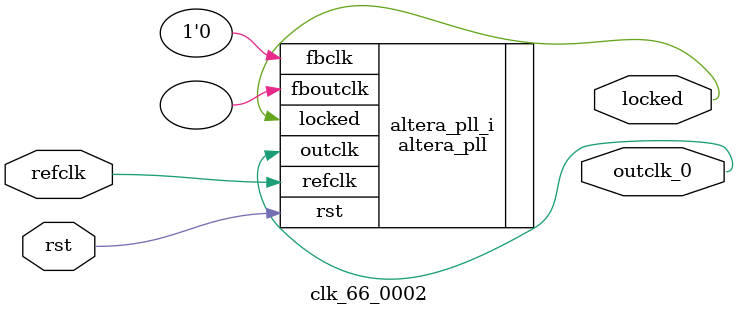
<source format=v>
`timescale 1ns/10ps
module  clk_66_0002(

	// interface 'refclk'
	input wire refclk,

	// interface 'reset'
	input wire rst,

	// interface 'outclk0'
	output wire outclk_0,

	// interface 'locked'
	output wire locked
);

	altera_pll #(
		.fractional_vco_multiplier("false"),
		.reference_clock_frequency("50.0 MHz"),
		.operation_mode("direct"),
		.number_of_clocks(1),
		.output_clock_frequency0("60.000000 MHz"),
		.phase_shift0("0 ps"),
		.duty_cycle0(50),
		.output_clock_frequency1("0 MHz"),
		.phase_shift1("0 ps"),
		.duty_cycle1(50),
		.output_clock_frequency2("0 MHz"),
		.phase_shift2("0 ps"),
		.duty_cycle2(50),
		.output_clock_frequency3("0 MHz"),
		.phase_shift3("0 ps"),
		.duty_cycle3(50),
		.output_clock_frequency4("0 MHz"),
		.phase_shift4("0 ps"),
		.duty_cycle4(50),
		.output_clock_frequency5("0 MHz"),
		.phase_shift5("0 ps"),
		.duty_cycle5(50),
		.output_clock_frequency6("0 MHz"),
		.phase_shift6("0 ps"),
		.duty_cycle6(50),
		.output_clock_frequency7("0 MHz"),
		.phase_shift7("0 ps"),
		.duty_cycle7(50),
		.output_clock_frequency8("0 MHz"),
		.phase_shift8("0 ps"),
		.duty_cycle8(50),
		.output_clock_frequency9("0 MHz"),
		.phase_shift9("0 ps"),
		.duty_cycle9(50),
		.output_clock_frequency10("0 MHz"),
		.phase_shift10("0 ps"),
		.duty_cycle10(50),
		.output_clock_frequency11("0 MHz"),
		.phase_shift11("0 ps"),
		.duty_cycle11(50),
		.output_clock_frequency12("0 MHz"),
		.phase_shift12("0 ps"),
		.duty_cycle12(50),
		.output_clock_frequency13("0 MHz"),
		.phase_shift13("0 ps"),
		.duty_cycle13(50),
		.output_clock_frequency14("0 MHz"),
		.phase_shift14("0 ps"),
		.duty_cycle14(50),
		.output_clock_frequency15("0 MHz"),
		.phase_shift15("0 ps"),
		.duty_cycle15(50),
		.output_clock_frequency16("0 MHz"),
		.phase_shift16("0 ps"),
		.duty_cycle16(50),
		.output_clock_frequency17("0 MHz"),
		.phase_shift17("0 ps"),
		.duty_cycle17(50),
		.pll_type("General"),
		.pll_subtype("General")
	) altera_pll_i (
		.rst	(rst),
		.outclk	({outclk_0}),
		.locked	(locked),
		.fboutclk	( ),
		.fbclk	(1'b0),
		.refclk	(refclk)
	);
endmodule


</source>
